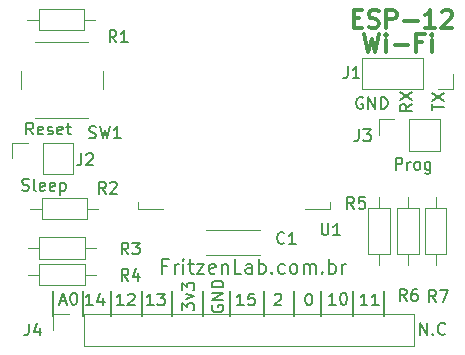
<source format=gbr>
%TF.GenerationSoftware,KiCad,Pcbnew,5.0.2-bee76a0~70~ubuntu18.04.1*%
%TF.CreationDate,2019-02-17T22:46:45-03:00*%
%TF.ProjectId,ESP12-breakout-r01,45535031-322d-4627-9265-616b6f75742d,rev?*%
%TF.SameCoordinates,Original*%
%TF.FileFunction,Legend,Top*%
%TF.FilePolarity,Positive*%
%FSLAX46Y46*%
G04 Gerber Fmt 4.6, Leading zero omitted, Abs format (unit mm)*
G04 Created by KiCad (PCBNEW 5.0.2-bee76a0~70~ubuntu18.04.1) date dom 17 fev 2019 22:46:45 -03*
%MOMM*%
%LPD*%
G01*
G04 APERTURE LIST*
%ADD10C,0.200000*%
%ADD11C,0.300000*%
%ADD12C,0.120000*%
%ADD13C,0.150000*%
G04 APERTURE END LIST*
D10*
X149923500Y-41465500D02*
X149923500Y-39370000D01*
X177927000Y-41465500D02*
X177927000Y-39370000D01*
X175323500Y-41465500D02*
X175323500Y-39370000D01*
X172593000Y-41465500D02*
X172593000Y-39370000D01*
X170307000Y-41465500D02*
X170307000Y-39370000D01*
X167767000Y-41465500D02*
X167767000Y-39370000D01*
X164909500Y-41465500D02*
X164909500Y-39370000D01*
X162623500Y-41465500D02*
X162623500Y-39370000D01*
X160020000Y-41465500D02*
X160020000Y-39370000D01*
X157416500Y-41465500D02*
X157416500Y-39370000D01*
X154813000Y-41465500D02*
X154813000Y-39370000D01*
X152463500Y-41465500D02*
X152463500Y-39370000D01*
X178927309Y-29090880D02*
X178927309Y-28090880D01*
X179308261Y-28090880D01*
X179403500Y-28138500D01*
X179451119Y-28186119D01*
X179498738Y-28281357D01*
X179498738Y-28424214D01*
X179451119Y-28519452D01*
X179403500Y-28567071D01*
X179308261Y-28614690D01*
X178927309Y-28614690D01*
X179927309Y-29090880D02*
X179927309Y-28424214D01*
X179927309Y-28614690D02*
X179974928Y-28519452D01*
X180022547Y-28471833D01*
X180117785Y-28424214D01*
X180213023Y-28424214D01*
X180689214Y-29090880D02*
X180593976Y-29043261D01*
X180546357Y-28995642D01*
X180498738Y-28900404D01*
X180498738Y-28614690D01*
X180546357Y-28519452D01*
X180593976Y-28471833D01*
X180689214Y-28424214D01*
X180832071Y-28424214D01*
X180927309Y-28471833D01*
X180974928Y-28519452D01*
X181022547Y-28614690D01*
X181022547Y-28900404D01*
X180974928Y-28995642D01*
X180927309Y-29043261D01*
X180832071Y-29090880D01*
X180689214Y-29090880D01*
X181879690Y-28424214D02*
X181879690Y-29233738D01*
X181832071Y-29328976D01*
X181784452Y-29376595D01*
X181689214Y-29424214D01*
X181546357Y-29424214D01*
X181451119Y-29376595D01*
X181879690Y-29043261D02*
X181784452Y-29090880D01*
X181593976Y-29090880D01*
X181498738Y-29043261D01*
X181451119Y-28995642D01*
X181403500Y-28900404D01*
X181403500Y-28614690D01*
X181451119Y-28519452D01*
X181498738Y-28471833D01*
X181593976Y-28424214D01*
X181784452Y-28424214D01*
X181879690Y-28471833D01*
X148240904Y-26106380D02*
X147907571Y-25630190D01*
X147669476Y-26106380D02*
X147669476Y-25106380D01*
X148050428Y-25106380D01*
X148145666Y-25154000D01*
X148193285Y-25201619D01*
X148240904Y-25296857D01*
X148240904Y-25439714D01*
X148193285Y-25534952D01*
X148145666Y-25582571D01*
X148050428Y-25630190D01*
X147669476Y-25630190D01*
X149050428Y-26058761D02*
X148955190Y-26106380D01*
X148764714Y-26106380D01*
X148669476Y-26058761D01*
X148621857Y-25963523D01*
X148621857Y-25582571D01*
X148669476Y-25487333D01*
X148764714Y-25439714D01*
X148955190Y-25439714D01*
X149050428Y-25487333D01*
X149098047Y-25582571D01*
X149098047Y-25677809D01*
X148621857Y-25773047D01*
X149479000Y-26058761D02*
X149574238Y-26106380D01*
X149764714Y-26106380D01*
X149859952Y-26058761D01*
X149907571Y-25963523D01*
X149907571Y-25915904D01*
X149859952Y-25820666D01*
X149764714Y-25773047D01*
X149621857Y-25773047D01*
X149526619Y-25725428D01*
X149479000Y-25630190D01*
X149479000Y-25582571D01*
X149526619Y-25487333D01*
X149621857Y-25439714D01*
X149764714Y-25439714D01*
X149859952Y-25487333D01*
X150717095Y-26058761D02*
X150621857Y-26106380D01*
X150431380Y-26106380D01*
X150336142Y-26058761D01*
X150288523Y-25963523D01*
X150288523Y-25582571D01*
X150336142Y-25487333D01*
X150431380Y-25439714D01*
X150621857Y-25439714D01*
X150717095Y-25487333D01*
X150764714Y-25582571D01*
X150764714Y-25677809D01*
X150288523Y-25773047D01*
X151050428Y-25439714D02*
X151431380Y-25439714D01*
X151193285Y-25106380D02*
X151193285Y-25963523D01*
X151240904Y-26058761D01*
X151336142Y-26106380D01*
X151431380Y-26106380D01*
X182014880Y-24066404D02*
X182014880Y-23494976D01*
X183014880Y-23780690D02*
X182014880Y-23780690D01*
X182014880Y-23256880D02*
X183014880Y-22590214D01*
X182014880Y-22590214D02*
X183014880Y-23256880D01*
X180284380Y-23534666D02*
X179808190Y-23868000D01*
X180284380Y-24106095D02*
X179284380Y-24106095D01*
X179284380Y-23725142D01*
X179332000Y-23629904D01*
X179379619Y-23582285D01*
X179474857Y-23534666D01*
X179617714Y-23534666D01*
X179712952Y-23582285D01*
X179760571Y-23629904D01*
X179808190Y-23725142D01*
X179808190Y-24106095D01*
X179284380Y-23201333D02*
X180284380Y-22534666D01*
X179284380Y-22534666D02*
X180284380Y-23201333D01*
X176149095Y-22995000D02*
X176053857Y-22947380D01*
X175911000Y-22947380D01*
X175768142Y-22995000D01*
X175672904Y-23090238D01*
X175625285Y-23185476D01*
X175577666Y-23375952D01*
X175577666Y-23518809D01*
X175625285Y-23709285D01*
X175672904Y-23804523D01*
X175768142Y-23899761D01*
X175911000Y-23947380D01*
X176006238Y-23947380D01*
X176149095Y-23899761D01*
X176196714Y-23852142D01*
X176196714Y-23518809D01*
X176006238Y-23518809D01*
X176625285Y-23947380D02*
X176625285Y-22947380D01*
X177196714Y-23947380D01*
X177196714Y-22947380D01*
X177672904Y-23947380D02*
X177672904Y-22947380D01*
X177911000Y-22947380D01*
X178053857Y-22995000D01*
X178149095Y-23090238D01*
X178196714Y-23185476D01*
X178244333Y-23375952D01*
X178244333Y-23518809D01*
X178196714Y-23709285D01*
X178149095Y-23804523D01*
X178053857Y-23899761D01*
X177911000Y-23947380D01*
X177672904Y-23947380D01*
X147304357Y-30821261D02*
X147447214Y-30868880D01*
X147685309Y-30868880D01*
X147780547Y-30821261D01*
X147828166Y-30773642D01*
X147875785Y-30678404D01*
X147875785Y-30583166D01*
X147828166Y-30487928D01*
X147780547Y-30440309D01*
X147685309Y-30392690D01*
X147494833Y-30345071D01*
X147399595Y-30297452D01*
X147351976Y-30249833D01*
X147304357Y-30154595D01*
X147304357Y-30059357D01*
X147351976Y-29964119D01*
X147399595Y-29916500D01*
X147494833Y-29868880D01*
X147732928Y-29868880D01*
X147875785Y-29916500D01*
X148447214Y-30868880D02*
X148351976Y-30821261D01*
X148304357Y-30726023D01*
X148304357Y-29868880D01*
X149209119Y-30821261D02*
X149113880Y-30868880D01*
X148923404Y-30868880D01*
X148828166Y-30821261D01*
X148780547Y-30726023D01*
X148780547Y-30345071D01*
X148828166Y-30249833D01*
X148923404Y-30202214D01*
X149113880Y-30202214D01*
X149209119Y-30249833D01*
X149256738Y-30345071D01*
X149256738Y-30440309D01*
X148780547Y-30535547D01*
X150066261Y-30821261D02*
X149971023Y-30868880D01*
X149780547Y-30868880D01*
X149685309Y-30821261D01*
X149637690Y-30726023D01*
X149637690Y-30345071D01*
X149685309Y-30249833D01*
X149780547Y-30202214D01*
X149971023Y-30202214D01*
X150066261Y-30249833D01*
X150113880Y-30345071D01*
X150113880Y-30440309D01*
X149637690Y-30535547D01*
X150542452Y-30202214D02*
X150542452Y-31202214D01*
X150542452Y-30249833D02*
X150637690Y-30202214D01*
X150828166Y-30202214D01*
X150923404Y-30249833D01*
X150971023Y-30297452D01*
X151018642Y-30392690D01*
X151018642Y-30678404D01*
X150971023Y-30773642D01*
X150923404Y-30821261D01*
X150828166Y-30868880D01*
X150637690Y-30868880D01*
X150542452Y-30821261D01*
X181030690Y-43060880D02*
X181030690Y-42060880D01*
X181602119Y-43060880D01*
X181602119Y-42060880D01*
X182078309Y-42965642D02*
X182125928Y-43013261D01*
X182078309Y-43060880D01*
X182030690Y-43013261D01*
X182078309Y-42965642D01*
X182078309Y-43060880D01*
X183125928Y-42965642D02*
X183078309Y-43013261D01*
X182935452Y-43060880D01*
X182840214Y-43060880D01*
X182697357Y-43013261D01*
X182602119Y-42918023D01*
X182554500Y-42822785D01*
X182506880Y-42632309D01*
X182506880Y-42489452D01*
X182554500Y-42298976D01*
X182602119Y-42203738D01*
X182697357Y-42108500D01*
X182840214Y-42060880D01*
X182935452Y-42060880D01*
X183078309Y-42108500D01*
X183125928Y-42156119D01*
X176530023Y-40584380D02*
X175958595Y-40584380D01*
X176244309Y-40584380D02*
X176244309Y-39584380D01*
X176149071Y-39727238D01*
X176053833Y-39822476D01*
X175958595Y-39870095D01*
X177482404Y-40584380D02*
X176910976Y-40584380D01*
X177196690Y-40584380D02*
X177196690Y-39584380D01*
X177101452Y-39727238D01*
X177006214Y-39822476D01*
X176910976Y-39870095D01*
X173863023Y-40520880D02*
X173291595Y-40520880D01*
X173577309Y-40520880D02*
X173577309Y-39520880D01*
X173482071Y-39663738D01*
X173386833Y-39758976D01*
X173291595Y-39806595D01*
X174482071Y-39520880D02*
X174577309Y-39520880D01*
X174672547Y-39568500D01*
X174720166Y-39616119D01*
X174767785Y-39711357D01*
X174815404Y-39901833D01*
X174815404Y-40139928D01*
X174767785Y-40330404D01*
X174720166Y-40425642D01*
X174672547Y-40473261D01*
X174577309Y-40520880D01*
X174482071Y-40520880D01*
X174386833Y-40473261D01*
X174339214Y-40425642D01*
X174291595Y-40330404D01*
X174243976Y-40139928D01*
X174243976Y-39901833D01*
X174291595Y-39711357D01*
X174339214Y-39616119D01*
X174386833Y-39568500D01*
X174482071Y-39520880D01*
X171529380Y-39584380D02*
X171624619Y-39584380D01*
X171719857Y-39632000D01*
X171767476Y-39679619D01*
X171815095Y-39774857D01*
X171862714Y-39965333D01*
X171862714Y-40203428D01*
X171815095Y-40393904D01*
X171767476Y-40489142D01*
X171719857Y-40536761D01*
X171624619Y-40584380D01*
X171529380Y-40584380D01*
X171434142Y-40536761D01*
X171386523Y-40489142D01*
X171338904Y-40393904D01*
X171291285Y-40203428D01*
X171291285Y-39965333D01*
X171338904Y-39774857D01*
X171386523Y-39679619D01*
X171434142Y-39632000D01*
X171529380Y-39584380D01*
X168687785Y-39679619D02*
X168735404Y-39632000D01*
X168830642Y-39584380D01*
X169068738Y-39584380D01*
X169163976Y-39632000D01*
X169211595Y-39679619D01*
X169259214Y-39774857D01*
X169259214Y-39870095D01*
X169211595Y-40012952D01*
X168640166Y-40584380D01*
X169259214Y-40584380D01*
X166052523Y-40584380D02*
X165481095Y-40584380D01*
X165766809Y-40584380D02*
X165766809Y-39584380D01*
X165671571Y-39727238D01*
X165576333Y-39822476D01*
X165481095Y-39870095D01*
X166957285Y-39584380D02*
X166481095Y-39584380D01*
X166433476Y-40060571D01*
X166481095Y-40012952D01*
X166576333Y-39965333D01*
X166814428Y-39965333D01*
X166909666Y-40012952D01*
X166957285Y-40060571D01*
X167004904Y-40155809D01*
X167004904Y-40393904D01*
X166957285Y-40489142D01*
X166909666Y-40536761D01*
X166814428Y-40584380D01*
X166576333Y-40584380D01*
X166481095Y-40536761D01*
X166433476Y-40489142D01*
X163393500Y-40576404D02*
X163345880Y-40671642D01*
X163345880Y-40814500D01*
X163393500Y-40957357D01*
X163488738Y-41052595D01*
X163583976Y-41100214D01*
X163774452Y-41147833D01*
X163917309Y-41147833D01*
X164107785Y-41100214D01*
X164203023Y-41052595D01*
X164298261Y-40957357D01*
X164345880Y-40814500D01*
X164345880Y-40719261D01*
X164298261Y-40576404D01*
X164250642Y-40528785D01*
X163917309Y-40528785D01*
X163917309Y-40719261D01*
X164345880Y-40100214D02*
X163345880Y-40100214D01*
X164345880Y-39528785D01*
X163345880Y-39528785D01*
X164345880Y-39052595D02*
X163345880Y-39052595D01*
X163345880Y-38814500D01*
X163393500Y-38671642D01*
X163488738Y-38576404D01*
X163583976Y-38528785D01*
X163774452Y-38481166D01*
X163917309Y-38481166D01*
X164107785Y-38528785D01*
X164203023Y-38576404D01*
X164298261Y-38671642D01*
X164345880Y-38814500D01*
X164345880Y-39052595D01*
X160869380Y-41004976D02*
X160869380Y-40385928D01*
X161250333Y-40719261D01*
X161250333Y-40576404D01*
X161297952Y-40481166D01*
X161345571Y-40433547D01*
X161440809Y-40385928D01*
X161678904Y-40385928D01*
X161774142Y-40433547D01*
X161821761Y-40481166D01*
X161869380Y-40576404D01*
X161869380Y-40862119D01*
X161821761Y-40957357D01*
X161774142Y-41004976D01*
X161202714Y-40052595D02*
X161869380Y-39814500D01*
X161202714Y-39576404D01*
X160869380Y-39290690D02*
X160869380Y-38671642D01*
X161250333Y-39004976D01*
X161250333Y-38862119D01*
X161297952Y-38766880D01*
X161345571Y-38719261D01*
X161440809Y-38671642D01*
X161678904Y-38671642D01*
X161774142Y-38719261D01*
X161821761Y-38766880D01*
X161869380Y-38862119D01*
X161869380Y-39147833D01*
X161821761Y-39243071D01*
X161774142Y-39290690D01*
X158432523Y-40584380D02*
X157861095Y-40584380D01*
X158146809Y-40584380D02*
X158146809Y-39584380D01*
X158051571Y-39727238D01*
X157956333Y-39822476D01*
X157861095Y-39870095D01*
X158765857Y-39584380D02*
X159384904Y-39584380D01*
X159051571Y-39965333D01*
X159194428Y-39965333D01*
X159289666Y-40012952D01*
X159337285Y-40060571D01*
X159384904Y-40155809D01*
X159384904Y-40393904D01*
X159337285Y-40489142D01*
X159289666Y-40536761D01*
X159194428Y-40584380D01*
X158908714Y-40584380D01*
X158813476Y-40536761D01*
X158765857Y-40489142D01*
X155892523Y-40584380D02*
X155321095Y-40584380D01*
X155606809Y-40584380D02*
X155606809Y-39584380D01*
X155511571Y-39727238D01*
X155416333Y-39822476D01*
X155321095Y-39870095D01*
X156273476Y-39679619D02*
X156321095Y-39632000D01*
X156416333Y-39584380D01*
X156654428Y-39584380D01*
X156749666Y-39632000D01*
X156797285Y-39679619D01*
X156844904Y-39774857D01*
X156844904Y-39870095D01*
X156797285Y-40012952D01*
X156225857Y-40584380D01*
X156844904Y-40584380D01*
X153289023Y-40584380D02*
X152717595Y-40584380D01*
X153003309Y-40584380D02*
X153003309Y-39584380D01*
X152908071Y-39727238D01*
X152812833Y-39822476D01*
X152717595Y-39870095D01*
X154146166Y-39917714D02*
X154146166Y-40584380D01*
X153908071Y-39536761D02*
X153669976Y-40251047D01*
X154289023Y-40251047D01*
X150542714Y-40235166D02*
X151018904Y-40235166D01*
X150447476Y-40520880D02*
X150780809Y-39520880D01*
X151114142Y-40520880D01*
X151637952Y-39520880D02*
X151733190Y-39520880D01*
X151828428Y-39568500D01*
X151876047Y-39616119D01*
X151923666Y-39711357D01*
X151971285Y-39901833D01*
X151971285Y-40139928D01*
X151923666Y-40330404D01*
X151876047Y-40425642D01*
X151828428Y-40473261D01*
X151733190Y-40520880D01*
X151637952Y-40520880D01*
X151542714Y-40473261D01*
X151495095Y-40425642D01*
X151447476Y-40330404D01*
X151399857Y-40139928D01*
X151399857Y-39901833D01*
X151447476Y-39711357D01*
X151495095Y-39616119D01*
X151542714Y-39568500D01*
X151637952Y-39520880D01*
X159592285Y-37252285D02*
X159192285Y-37252285D01*
X159192285Y-37880857D02*
X159192285Y-36680857D01*
X159763714Y-36680857D01*
X160220857Y-37880857D02*
X160220857Y-37080857D01*
X160220857Y-37309428D02*
X160278000Y-37195142D01*
X160335142Y-37138000D01*
X160449428Y-37080857D01*
X160563714Y-37080857D01*
X160963714Y-37880857D02*
X160963714Y-37080857D01*
X160963714Y-36680857D02*
X160906571Y-36738000D01*
X160963714Y-36795142D01*
X161020857Y-36738000D01*
X160963714Y-36680857D01*
X160963714Y-36795142D01*
X161363714Y-37080857D02*
X161820857Y-37080857D01*
X161535142Y-36680857D02*
X161535142Y-37709428D01*
X161592285Y-37823714D01*
X161706571Y-37880857D01*
X161820857Y-37880857D01*
X162106571Y-37080857D02*
X162735142Y-37080857D01*
X162106571Y-37880857D01*
X162735142Y-37880857D01*
X163649428Y-37823714D02*
X163535142Y-37880857D01*
X163306571Y-37880857D01*
X163192285Y-37823714D01*
X163135142Y-37709428D01*
X163135142Y-37252285D01*
X163192285Y-37138000D01*
X163306571Y-37080857D01*
X163535142Y-37080857D01*
X163649428Y-37138000D01*
X163706571Y-37252285D01*
X163706571Y-37366571D01*
X163135142Y-37480857D01*
X164220857Y-37080857D02*
X164220857Y-37880857D01*
X164220857Y-37195142D02*
X164278000Y-37138000D01*
X164392285Y-37080857D01*
X164563714Y-37080857D01*
X164678000Y-37138000D01*
X164735142Y-37252285D01*
X164735142Y-37880857D01*
X165878000Y-37880857D02*
X165306571Y-37880857D01*
X165306571Y-36680857D01*
X166792285Y-37880857D02*
X166792285Y-37252285D01*
X166735142Y-37138000D01*
X166620857Y-37080857D01*
X166392285Y-37080857D01*
X166278000Y-37138000D01*
X166792285Y-37823714D02*
X166678000Y-37880857D01*
X166392285Y-37880857D01*
X166278000Y-37823714D01*
X166220857Y-37709428D01*
X166220857Y-37595142D01*
X166278000Y-37480857D01*
X166392285Y-37423714D01*
X166678000Y-37423714D01*
X166792285Y-37366571D01*
X167363714Y-37880857D02*
X167363714Y-36680857D01*
X167363714Y-37138000D02*
X167478000Y-37080857D01*
X167706571Y-37080857D01*
X167820857Y-37138000D01*
X167878000Y-37195142D01*
X167935142Y-37309428D01*
X167935142Y-37652285D01*
X167878000Y-37766571D01*
X167820857Y-37823714D01*
X167706571Y-37880857D01*
X167478000Y-37880857D01*
X167363714Y-37823714D01*
X168449428Y-37766571D02*
X168506571Y-37823714D01*
X168449428Y-37880857D01*
X168392285Y-37823714D01*
X168449428Y-37766571D01*
X168449428Y-37880857D01*
X169535142Y-37823714D02*
X169420857Y-37880857D01*
X169192285Y-37880857D01*
X169078000Y-37823714D01*
X169020857Y-37766571D01*
X168963714Y-37652285D01*
X168963714Y-37309428D01*
X169020857Y-37195142D01*
X169078000Y-37138000D01*
X169192285Y-37080857D01*
X169420857Y-37080857D01*
X169535142Y-37138000D01*
X170220857Y-37880857D02*
X170106571Y-37823714D01*
X170049428Y-37766571D01*
X169992285Y-37652285D01*
X169992285Y-37309428D01*
X170049428Y-37195142D01*
X170106571Y-37138000D01*
X170220857Y-37080857D01*
X170392285Y-37080857D01*
X170506571Y-37138000D01*
X170563714Y-37195142D01*
X170620857Y-37309428D01*
X170620857Y-37652285D01*
X170563714Y-37766571D01*
X170506571Y-37823714D01*
X170392285Y-37880857D01*
X170220857Y-37880857D01*
X171135142Y-37880857D02*
X171135142Y-37080857D01*
X171135142Y-37195142D02*
X171192285Y-37138000D01*
X171306571Y-37080857D01*
X171478000Y-37080857D01*
X171592285Y-37138000D01*
X171649428Y-37252285D01*
X171649428Y-37880857D01*
X171649428Y-37252285D02*
X171706571Y-37138000D01*
X171820857Y-37080857D01*
X171992285Y-37080857D01*
X172106571Y-37138000D01*
X172163714Y-37252285D01*
X172163714Y-37880857D01*
X172735142Y-37766571D02*
X172792285Y-37823714D01*
X172735142Y-37880857D01*
X172678000Y-37823714D01*
X172735142Y-37766571D01*
X172735142Y-37880857D01*
X173306571Y-37880857D02*
X173306571Y-36680857D01*
X173306571Y-37138000D02*
X173420857Y-37080857D01*
X173649428Y-37080857D01*
X173763714Y-37138000D01*
X173820857Y-37195142D01*
X173878000Y-37309428D01*
X173878000Y-37652285D01*
X173820857Y-37766571D01*
X173763714Y-37823714D01*
X173649428Y-37880857D01*
X173420857Y-37880857D01*
X173306571Y-37823714D01*
X174392285Y-37880857D02*
X174392285Y-37080857D01*
X174392285Y-37309428D02*
X174449428Y-37195142D01*
X174506571Y-37138000D01*
X174620857Y-37080857D01*
X174735142Y-37080857D01*
D11*
X176268428Y-17593571D02*
X176625571Y-19093571D01*
X176911285Y-18022142D01*
X177197000Y-19093571D01*
X177554142Y-17593571D01*
X178125571Y-19093571D02*
X178125571Y-18093571D01*
X178125571Y-17593571D02*
X178054142Y-17665000D01*
X178125571Y-17736428D01*
X178197000Y-17665000D01*
X178125571Y-17593571D01*
X178125571Y-17736428D01*
X178839857Y-18522142D02*
X179982714Y-18522142D01*
X181197000Y-18307857D02*
X180697000Y-18307857D01*
X180697000Y-19093571D02*
X180697000Y-17593571D01*
X181411285Y-17593571D01*
X181982714Y-19093571D02*
X181982714Y-18093571D01*
X181982714Y-17593571D02*
X181911285Y-17665000D01*
X181982714Y-17736428D01*
X182054142Y-17665000D01*
X181982714Y-17593571D01*
X181982714Y-17736428D01*
X175371642Y-16275857D02*
X175871642Y-16275857D01*
X176085928Y-17061571D02*
X175371642Y-17061571D01*
X175371642Y-15561571D01*
X176085928Y-15561571D01*
X176657357Y-16990142D02*
X176871642Y-17061571D01*
X177228785Y-17061571D01*
X177371642Y-16990142D01*
X177443071Y-16918714D01*
X177514500Y-16775857D01*
X177514500Y-16633000D01*
X177443071Y-16490142D01*
X177371642Y-16418714D01*
X177228785Y-16347285D01*
X176943071Y-16275857D01*
X176800214Y-16204428D01*
X176728785Y-16133000D01*
X176657357Y-15990142D01*
X176657357Y-15847285D01*
X176728785Y-15704428D01*
X176800214Y-15633000D01*
X176943071Y-15561571D01*
X177300214Y-15561571D01*
X177514500Y-15633000D01*
X178157357Y-17061571D02*
X178157357Y-15561571D01*
X178728785Y-15561571D01*
X178871642Y-15633000D01*
X178943071Y-15704428D01*
X179014500Y-15847285D01*
X179014500Y-16061571D01*
X178943071Y-16204428D01*
X178871642Y-16275857D01*
X178728785Y-16347285D01*
X178157357Y-16347285D01*
X179657357Y-16490142D02*
X180800214Y-16490142D01*
X182300214Y-17061571D02*
X181443071Y-17061571D01*
X181871642Y-17061571D02*
X181871642Y-15561571D01*
X181728785Y-15775857D01*
X181585928Y-15918714D01*
X181443071Y-15990142D01*
X182871642Y-15704428D02*
X182943071Y-15633000D01*
X183085928Y-15561571D01*
X183443071Y-15561571D01*
X183585928Y-15633000D01*
X183657357Y-15704428D01*
X183728785Y-15847285D01*
X183728785Y-15990142D01*
X183657357Y-16204428D01*
X182800214Y-17061571D01*
X183728785Y-17061571D01*
D12*
X181388500Y-36210000D02*
X183228500Y-36210000D01*
X183228500Y-36210000D02*
X183228500Y-32370000D01*
X183228500Y-32370000D02*
X181388500Y-32370000D01*
X181388500Y-32370000D02*
X181388500Y-36210000D01*
X182308500Y-37160000D02*
X182308500Y-36210000D01*
X182308500Y-31420000D02*
X182308500Y-32370000D01*
X179959000Y-31420000D02*
X179959000Y-32370000D01*
X179959000Y-37160000D02*
X179959000Y-36210000D01*
X179039000Y-32370000D02*
X179039000Y-36210000D01*
X180879000Y-32370000D02*
X179039000Y-32370000D01*
X180879000Y-36210000D02*
X180879000Y-32370000D01*
X179039000Y-36210000D02*
X180879000Y-36210000D01*
X176626000Y-36210000D02*
X178466000Y-36210000D01*
X178466000Y-36210000D02*
X178466000Y-32370000D01*
X178466000Y-32370000D02*
X176626000Y-32370000D01*
X176626000Y-32370000D02*
X176626000Y-36210000D01*
X177546000Y-37160000D02*
X177546000Y-36210000D01*
X177546000Y-31420000D02*
X177546000Y-32370000D01*
X147815500Y-37973000D02*
X148765500Y-37973000D01*
X153555500Y-37973000D02*
X152605500Y-37973000D01*
X148765500Y-38893000D02*
X152605500Y-38893000D01*
X148765500Y-37053000D02*
X148765500Y-38893000D01*
X152605500Y-37053000D02*
X148765500Y-37053000D01*
X152605500Y-38893000D02*
X152605500Y-37053000D01*
X148765500Y-34830500D02*
X148765500Y-36670500D01*
X148765500Y-36670500D02*
X152605500Y-36670500D01*
X152605500Y-36670500D02*
X152605500Y-34830500D01*
X152605500Y-34830500D02*
X148765500Y-34830500D01*
X147815500Y-35750500D02*
X148765500Y-35750500D01*
X153555500Y-35750500D02*
X152605500Y-35750500D01*
X148006000Y-32385000D02*
X148956000Y-32385000D01*
X153746000Y-32385000D02*
X152796000Y-32385000D01*
X148956000Y-33305000D02*
X152796000Y-33305000D01*
X148956000Y-31465000D02*
X148956000Y-33305000D01*
X152796000Y-31465000D02*
X148956000Y-31465000D01*
X152796000Y-33305000D02*
X152796000Y-31465000D01*
X152542000Y-17303000D02*
X152542000Y-15463000D01*
X152542000Y-15463000D02*
X148702000Y-15463000D01*
X148702000Y-15463000D02*
X148702000Y-17303000D01*
X148702000Y-17303000D02*
X152542000Y-17303000D01*
X153492000Y-16383000D02*
X152542000Y-16383000D01*
X147752000Y-16383000D02*
X148702000Y-16383000D01*
X157107000Y-32440000D02*
X157107000Y-31820000D01*
X159227000Y-32440000D02*
X157107000Y-32440000D01*
X173347000Y-32440000D02*
X171227000Y-32440000D01*
X173347000Y-31820000D02*
X173347000Y-32440000D01*
X152924000Y-18249000D02*
X148424000Y-18249000D01*
X154174000Y-22249000D02*
X154174000Y-20749000D01*
X148424000Y-24749000D02*
X152924000Y-24749000D01*
X147174000Y-20749000D02*
X147174000Y-22249000D01*
X162917000Y-34172500D02*
X167457000Y-34172500D01*
X162917000Y-36312500D02*
X167457000Y-36312500D01*
X162917000Y-34172500D02*
X162917000Y-34187500D01*
X162917000Y-36297500D02*
X162917000Y-36312500D01*
X167457000Y-34172500D02*
X167457000Y-34187500D01*
X167457000Y-36297500D02*
X167457000Y-36312500D01*
X177486000Y-26162000D02*
X177486000Y-24832000D01*
X177486000Y-24832000D02*
X178816000Y-24832000D01*
X180086000Y-24832000D02*
X182686000Y-24832000D01*
X182686000Y-27492000D02*
X182686000Y-24832000D01*
X180086000Y-27492000D02*
X182686000Y-27492000D01*
X180086000Y-27492000D02*
X180086000Y-24832000D01*
X149034500Y-29460500D02*
X149034500Y-26800500D01*
X149034500Y-29460500D02*
X151634500Y-29460500D01*
X151634500Y-29460500D02*
X151634500Y-26800500D01*
X149034500Y-26800500D02*
X151634500Y-26800500D01*
X146434500Y-26800500D02*
X147764500Y-26800500D01*
X146434500Y-28130500D02*
X146434500Y-26800500D01*
X181229000Y-19625000D02*
X181229000Y-22285000D01*
X181229000Y-19625000D02*
X176089000Y-19625000D01*
X176089000Y-19625000D02*
X176089000Y-22285000D01*
X181229000Y-22285000D02*
X176089000Y-22285000D01*
X183829000Y-22285000D02*
X182499000Y-22285000D01*
X183829000Y-20955000D02*
X183829000Y-22285000D01*
X152527000Y-44002000D02*
X152527000Y-41342000D01*
X152527000Y-44002000D02*
X180527000Y-44002000D01*
X180527000Y-44002000D02*
X180527000Y-41342000D01*
X152527000Y-41342000D02*
X180527000Y-41342000D01*
X149927000Y-41342000D02*
X151257000Y-41342000D01*
X149927000Y-42672000D02*
X149927000Y-41342000D01*
D13*
X182332333Y-40266880D02*
X181999000Y-39790690D01*
X181760904Y-40266880D02*
X181760904Y-39266880D01*
X182141857Y-39266880D01*
X182237095Y-39314500D01*
X182284714Y-39362119D01*
X182332333Y-39457357D01*
X182332333Y-39600214D01*
X182284714Y-39695452D01*
X182237095Y-39743071D01*
X182141857Y-39790690D01*
X181760904Y-39790690D01*
X182665666Y-39266880D02*
X183332333Y-39266880D01*
X182903761Y-40266880D01*
X179855833Y-40203380D02*
X179522500Y-39727190D01*
X179284404Y-40203380D02*
X179284404Y-39203380D01*
X179665357Y-39203380D01*
X179760595Y-39251000D01*
X179808214Y-39298619D01*
X179855833Y-39393857D01*
X179855833Y-39536714D01*
X179808214Y-39631952D01*
X179760595Y-39679571D01*
X179665357Y-39727190D01*
X179284404Y-39727190D01*
X180712976Y-39203380D02*
X180522500Y-39203380D01*
X180427261Y-39251000D01*
X180379642Y-39298619D01*
X180284404Y-39441476D01*
X180236785Y-39631952D01*
X180236785Y-40012904D01*
X180284404Y-40108142D01*
X180332023Y-40155761D01*
X180427261Y-40203380D01*
X180617738Y-40203380D01*
X180712976Y-40155761D01*
X180760595Y-40108142D01*
X180808214Y-40012904D01*
X180808214Y-39774809D01*
X180760595Y-39679571D01*
X180712976Y-39631952D01*
X180617738Y-39584333D01*
X180427261Y-39584333D01*
X180332023Y-39631952D01*
X180284404Y-39679571D01*
X180236785Y-39774809D01*
X175410833Y-32392880D02*
X175077500Y-31916690D01*
X174839404Y-32392880D02*
X174839404Y-31392880D01*
X175220357Y-31392880D01*
X175315595Y-31440500D01*
X175363214Y-31488119D01*
X175410833Y-31583357D01*
X175410833Y-31726214D01*
X175363214Y-31821452D01*
X175315595Y-31869071D01*
X175220357Y-31916690D01*
X174839404Y-31916690D01*
X176315595Y-31392880D02*
X175839404Y-31392880D01*
X175791785Y-31869071D01*
X175839404Y-31821452D01*
X175934642Y-31773833D01*
X176172738Y-31773833D01*
X176267976Y-31821452D01*
X176315595Y-31869071D01*
X176363214Y-31964309D01*
X176363214Y-32202404D01*
X176315595Y-32297642D01*
X176267976Y-32345261D01*
X176172738Y-32392880D01*
X175934642Y-32392880D01*
X175839404Y-32345261D01*
X175791785Y-32297642D01*
X156297333Y-38488880D02*
X155964000Y-38012690D01*
X155725904Y-38488880D02*
X155725904Y-37488880D01*
X156106857Y-37488880D01*
X156202095Y-37536500D01*
X156249714Y-37584119D01*
X156297333Y-37679357D01*
X156297333Y-37822214D01*
X156249714Y-37917452D01*
X156202095Y-37965071D01*
X156106857Y-38012690D01*
X155725904Y-38012690D01*
X157154476Y-37822214D02*
X157154476Y-38488880D01*
X156916380Y-37441261D02*
X156678285Y-38155547D01*
X157297333Y-38155547D01*
X156297333Y-36266380D02*
X155964000Y-35790190D01*
X155725904Y-36266380D02*
X155725904Y-35266380D01*
X156106857Y-35266380D01*
X156202095Y-35314000D01*
X156249714Y-35361619D01*
X156297333Y-35456857D01*
X156297333Y-35599714D01*
X156249714Y-35694952D01*
X156202095Y-35742571D01*
X156106857Y-35790190D01*
X155725904Y-35790190D01*
X156630666Y-35266380D02*
X157249714Y-35266380D01*
X156916380Y-35647333D01*
X157059238Y-35647333D01*
X157154476Y-35694952D01*
X157202095Y-35742571D01*
X157249714Y-35837809D01*
X157249714Y-36075904D01*
X157202095Y-36171142D01*
X157154476Y-36218761D01*
X157059238Y-36266380D01*
X156773523Y-36266380D01*
X156678285Y-36218761D01*
X156630666Y-36171142D01*
X154392333Y-31122880D02*
X154059000Y-30646690D01*
X153820904Y-31122880D02*
X153820904Y-30122880D01*
X154201857Y-30122880D01*
X154297095Y-30170500D01*
X154344714Y-30218119D01*
X154392333Y-30313357D01*
X154392333Y-30456214D01*
X154344714Y-30551452D01*
X154297095Y-30599071D01*
X154201857Y-30646690D01*
X153820904Y-30646690D01*
X154773285Y-30218119D02*
X154820904Y-30170500D01*
X154916142Y-30122880D01*
X155154238Y-30122880D01*
X155249476Y-30170500D01*
X155297095Y-30218119D01*
X155344714Y-30313357D01*
X155344714Y-30408595D01*
X155297095Y-30551452D01*
X154725666Y-31122880D01*
X155344714Y-31122880D01*
X155281333Y-18295880D02*
X154948000Y-17819690D01*
X154709904Y-18295880D02*
X154709904Y-17295880D01*
X155090857Y-17295880D01*
X155186095Y-17343500D01*
X155233714Y-17391119D01*
X155281333Y-17486357D01*
X155281333Y-17629214D01*
X155233714Y-17724452D01*
X155186095Y-17772071D01*
X155090857Y-17819690D01*
X154709904Y-17819690D01*
X156233714Y-18295880D02*
X155662285Y-18295880D01*
X155948000Y-18295880D02*
X155948000Y-17295880D01*
X155852761Y-17438738D01*
X155757523Y-17533976D01*
X155662285Y-17581595D01*
X172656595Y-33615380D02*
X172656595Y-34424904D01*
X172704214Y-34520142D01*
X172751833Y-34567761D01*
X172847071Y-34615380D01*
X173037547Y-34615380D01*
X173132785Y-34567761D01*
X173180404Y-34520142D01*
X173228023Y-34424904D01*
X173228023Y-33615380D01*
X174228023Y-34615380D02*
X173656595Y-34615380D01*
X173942309Y-34615380D02*
X173942309Y-33615380D01*
X173847071Y-33758238D01*
X173751833Y-33853476D01*
X173656595Y-33901095D01*
X152971666Y-26376261D02*
X153114523Y-26423880D01*
X153352619Y-26423880D01*
X153447857Y-26376261D01*
X153495476Y-26328642D01*
X153543095Y-26233404D01*
X153543095Y-26138166D01*
X153495476Y-26042928D01*
X153447857Y-25995309D01*
X153352619Y-25947690D01*
X153162142Y-25900071D01*
X153066904Y-25852452D01*
X153019285Y-25804833D01*
X152971666Y-25709595D01*
X152971666Y-25614357D01*
X153019285Y-25519119D01*
X153066904Y-25471500D01*
X153162142Y-25423880D01*
X153400238Y-25423880D01*
X153543095Y-25471500D01*
X153876428Y-25423880D02*
X154114523Y-26423880D01*
X154305000Y-25709595D01*
X154495476Y-26423880D01*
X154733571Y-25423880D01*
X155638333Y-26423880D02*
X155066904Y-26423880D01*
X155352619Y-26423880D02*
X155352619Y-25423880D01*
X155257380Y-25566738D01*
X155162142Y-25661976D01*
X155066904Y-25709595D01*
X169505333Y-35282142D02*
X169457714Y-35329761D01*
X169314857Y-35377380D01*
X169219619Y-35377380D01*
X169076761Y-35329761D01*
X168981523Y-35234523D01*
X168933904Y-35139285D01*
X168886285Y-34948809D01*
X168886285Y-34805952D01*
X168933904Y-34615476D01*
X168981523Y-34520238D01*
X169076761Y-34425000D01*
X169219619Y-34377380D01*
X169314857Y-34377380D01*
X169457714Y-34425000D01*
X169505333Y-34472619D01*
X170457714Y-35377380D02*
X169886285Y-35377380D01*
X170172000Y-35377380D02*
X170172000Y-34377380D01*
X170076761Y-34520238D01*
X169981523Y-34615476D01*
X169886285Y-34663095D01*
X175815666Y-25677880D02*
X175815666Y-26392166D01*
X175768047Y-26535023D01*
X175672809Y-26630261D01*
X175529952Y-26677880D01*
X175434714Y-26677880D01*
X176196619Y-25677880D02*
X176815666Y-25677880D01*
X176482333Y-26058833D01*
X176625190Y-26058833D01*
X176720428Y-26106452D01*
X176768047Y-26154071D01*
X176815666Y-26249309D01*
X176815666Y-26487404D01*
X176768047Y-26582642D01*
X176720428Y-26630261D01*
X176625190Y-26677880D01*
X176339476Y-26677880D01*
X176244238Y-26630261D01*
X176196619Y-26582642D01*
X152320666Y-27709880D02*
X152320666Y-28424166D01*
X152273047Y-28567023D01*
X152177809Y-28662261D01*
X152034952Y-28709880D01*
X151939714Y-28709880D01*
X152749238Y-27805119D02*
X152796857Y-27757500D01*
X152892095Y-27709880D01*
X153130190Y-27709880D01*
X153225428Y-27757500D01*
X153273047Y-27805119D01*
X153320666Y-27900357D01*
X153320666Y-27995595D01*
X153273047Y-28138452D01*
X152701619Y-28709880D01*
X153320666Y-28709880D01*
X174863166Y-20343880D02*
X174863166Y-21058166D01*
X174815547Y-21201023D01*
X174720309Y-21296261D01*
X174577452Y-21343880D01*
X174482214Y-21343880D01*
X175863166Y-21343880D02*
X175291738Y-21343880D01*
X175577452Y-21343880D02*
X175577452Y-20343880D01*
X175482214Y-20486738D01*
X175386976Y-20581976D01*
X175291738Y-20629595D01*
X147875666Y-42124380D02*
X147875666Y-42838666D01*
X147828047Y-42981523D01*
X147732809Y-43076761D01*
X147589952Y-43124380D01*
X147494714Y-43124380D01*
X148780428Y-42457714D02*
X148780428Y-43124380D01*
X148542333Y-42076761D02*
X148304238Y-42791047D01*
X148923285Y-42791047D01*
M02*

</source>
